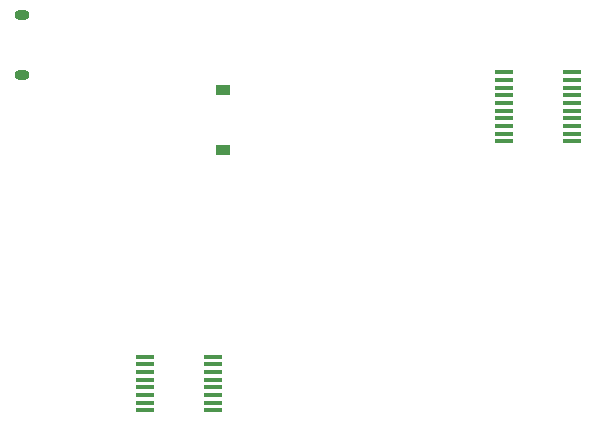
<source format=gtp>
G04 #@! TF.GenerationSoftware,KiCad,Pcbnew,9.0.2*
G04 #@! TF.CreationDate,2025-07-04T19:53:14+12:00*
G04 #@! TF.ProjectId,DuckyDK MTR-1,4475636b-7944-44b2-904d-54522d312e6b,rev?*
G04 #@! TF.SameCoordinates,Original*
G04 #@! TF.FileFunction,Paste,Top*
G04 #@! TF.FilePolarity,Positive*
%FSLAX46Y46*%
G04 Gerber Fmt 4.6, Leading zero omitted, Abs format (unit mm)*
G04 Created by KiCad (PCBNEW 9.0.2) date 2025-07-04 19:53:14*
%MOMM*%
%LPD*%
G01*
G04 APERTURE LIST*
G04 Aperture macros list*
%AMRoundRect*
0 Rectangle with rounded corners*
0 $1 Rounding radius*
0 $2 $3 $4 $5 $6 $7 $8 $9 X,Y pos of 4 corners*
0 Add a 4 corners polygon primitive as box body*
4,1,4,$2,$3,$4,$5,$6,$7,$8,$9,$2,$3,0*
0 Add four circle primitives for the rounded corners*
1,1,$1+$1,$2,$3*
1,1,$1+$1,$4,$5*
1,1,$1+$1,$6,$7*
1,1,$1+$1,$8,$9*
0 Add four rect primitives between the rounded corners*
20,1,$1+$1,$2,$3,$4,$5,0*
20,1,$1+$1,$4,$5,$6,$7,0*
20,1,$1+$1,$6,$7,$8,$9,0*
20,1,$1+$1,$8,$9,$2,$3,0*%
G04 Aperture macros list end*
%ADD10RoundRect,0.051250X-0.733750X-0.153750X0.733750X-0.153750X0.733750X0.153750X-0.733750X0.153750X0*%
%ADD11R,1.270000X0.903600*%
%ADD12O,1.270000X0.903600*%
%ADD13RoundRect,0.051250X-0.698750X-0.153750X0.698750X-0.153750X0.698750X0.153750X-0.698750X0.153750X0*%
G04 APERTURE END LIST*
D10*
X90271600Y-78802400D03*
X90271600Y-79452400D03*
X90271600Y-80102400D03*
X90271600Y-80752400D03*
X90271600Y-81402400D03*
X90271600Y-82052400D03*
X90271600Y-82702400D03*
X90271600Y-83352400D03*
X90271600Y-84002400D03*
X90271600Y-84652400D03*
X96011600Y-84652400D03*
X96011600Y-84002400D03*
X96011600Y-83352400D03*
X96011600Y-82702400D03*
X96011600Y-82052400D03*
X96011600Y-81402400D03*
X96011600Y-80752400D03*
X96011600Y-80102400D03*
X96011600Y-79452400D03*
X96011600Y-78802400D03*
D11*
X66486000Y-85394800D03*
X66486000Y-80314800D03*
D12*
X49456000Y-73964800D03*
X49456000Y-79044800D03*
D13*
X59893200Y-102880400D03*
X59893200Y-103530400D03*
X59893200Y-104180400D03*
X59893200Y-104830400D03*
X59893200Y-105480400D03*
X59893200Y-106130400D03*
X59893200Y-106780400D03*
X59893200Y-107430400D03*
X65663200Y-107430400D03*
X65663200Y-106780400D03*
X65663200Y-106130400D03*
X65663200Y-105480400D03*
X65663200Y-104830400D03*
X65663200Y-104180400D03*
X65663200Y-103530400D03*
X65663200Y-102880400D03*
M02*

</source>
